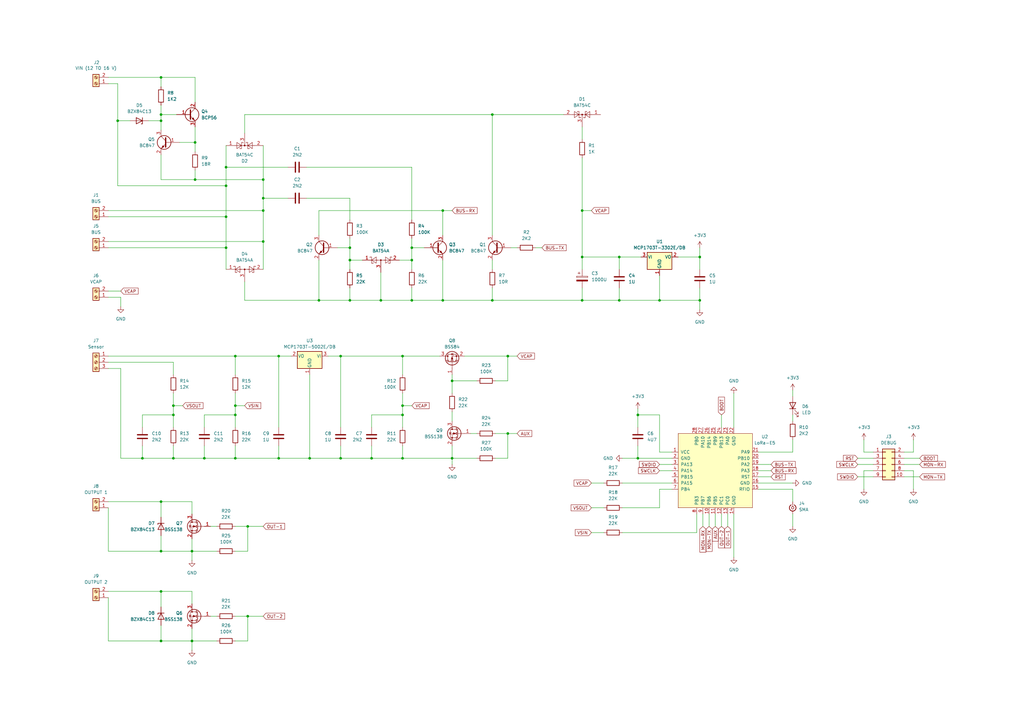
<source format=kicad_sch>
(kicad_sch (version 20231120) (generator "eeschema") (generator_version "8.0")
  (paper "A3")
  (junction (at 130.81 123.19))
  (junction (at 143.51 123.19))
  (junction (at 261.62 170.18))
  (junction (at 96.52 146.05))
  (junction (at 143.51 106.68))
  (junction (at 92.71 88.9))
  (junction (at 127 187.96))
  (junction (at 238.76 123.19))
  (junction (at 96.52 166.37))
  (junction (at 66.04 226.06))
  (junction (at 101.6 215.9))
  (junction (at 66.04 49.53))
  (junction (at 80.01 58.42))
  (junction (at 66.04 205.74))
  (junction (at 168.91 123.19))
  (junction (at 96.52 187.96))
  (junction (at 156.21 123.19))
  (junction (at 66.04 31.75))
  (junction (at 201.93 123.19))
  (junction (at 208.28 177.8))
  (junction (at 168.91 106.68))
  (junction (at 71.12 166.37))
  (junction (at 143.51 101.6))
  (junction (at 83.82 187.96))
  (junction (at 78.74 226.06))
  (junction (at 287.02 123.19))
  (junction (at 165.1 170.18))
  (junction (at 114.3 187.96))
  (junction (at 78.74 262.89))
  (junction (at 185.42 156.21))
  (junction (at 152.4 187.96))
  (junction (at 66.04 242.57))
  (junction (at 181.61 86.36))
  (junction (at 254 123.19))
  (junction (at 238.76 105.41))
  (junction (at 96.52 170.18))
  (junction (at 287.02 105.41))
  (junction (at 165.1 146.05))
  (junction (at 66.04 46.99))
  (junction (at 208.28 146.05))
  (junction (at 71.12 187.96))
  (junction (at 139.7 187.96))
  (junction (at 165.1 166.37))
  (junction (at 168.91 101.6))
  (junction (at 92.71 76.2))
  (junction (at 92.71 68.58))
  (junction (at 185.42 187.96))
  (junction (at 270.51 123.19))
  (junction (at 48.26 49.53))
  (junction (at 66.04 262.89))
  (junction (at 107.95 86.36))
  (junction (at 107.95 81.28))
  (junction (at 238.76 86.36))
  (junction (at 107.95 99.06))
  (junction (at 139.7 146.05))
  (junction (at 254 105.41))
  (junction (at 261.62 187.96))
  (junction (at 92.71 101.6))
  (junction (at 107.95 73.66))
  (junction (at 201.93 46.99))
  (junction (at 80.01 73.66))
  (junction (at 71.12 170.18))
  (junction (at 114.3 146.05))
  (junction (at 101.6 252.73))
  (junction (at 58.42 187.96))
  (junction (at 165.1 187.96))
  (junction (at 181.61 123.19))
  (wire (pts (xy 325.12 185.42) (xy 311.15 185.42)))
  (wire (pts (xy 114.3 146.05) (xy 114.3 175.26)))
  (wire (pts (xy 66.04 31.75) (xy 66.04 35.56)))
  (wire (pts (xy 125.73 68.58) (xy 168.91 68.58)))
  (wire (pts (xy 370.84 185.42) (xy 374.65 185.42)))
  (wire (pts (xy 254 105.41) (xy 262.89 105.41)))
  (wire (pts (xy 96.52 170.18) (xy 96.52 175.26)))
  (wire (pts (xy 242.57 208.28) (xy 247.65 208.28)))
  (wire (pts (xy 255.27 187.96) (xy 261.62 187.96)))
  (wire (pts (xy 254 123.19) (xy 270.51 123.19)))
  (wire (pts (xy 311.15 190.5) (xy 316.23 190.5)))
  (wire (pts (xy 101.6 262.89) (xy 101.6 252.73)))
  (wire (pts (xy 58.42 175.26) (xy 58.42 170.18)))
  (wire (pts (xy 71.12 166.37) (xy 71.12 170.18)))
  (wire (pts (xy 270.51 193.04) (xy 275.59 193.04)))
  (wire (pts (xy 163.83 106.68) (xy 168.91 106.68)))
  (wire (pts (xy 92.71 101.6) (xy 92.71 110.49)))
  (wire (pts (xy 107.95 59.69) (xy 107.95 73.66)))
  (wire (pts (xy 96.52 182.88) (xy 96.52 187.96)))
  (wire (pts (xy 138.43 101.6) (xy 143.51 101.6)))
  (wire (pts (xy 143.51 90.17) (xy 143.51 81.28)))
  (wire (pts (xy 78.74 226.06) (xy 78.74 229.87)))
  (wire (pts (xy 44.45 208.28) (xy 44.45 226.06)))
  (wire (pts (xy 311.15 200.66) (xy 325.12 200.66)))
  (wire (pts (xy 201.93 123.19) (xy 238.76 123.19)))
  (wire (pts (xy 255.27 218.44) (xy 285.75 218.44)))
  (wire (pts (xy 181.61 123.19) (xy 168.91 123.19)))
  (wire (pts (xy 193.04 177.8) (xy 195.58 177.8)))
  (wire (pts (xy 71.12 182.88) (xy 71.12 187.96)))
  (wire (pts (xy 185.42 187.96) (xy 185.42 190.5)))
  (wire (pts (xy 185.42 168.91) (xy 185.42 172.72)))
  (wire (pts (xy 185.42 182.88) (xy 185.42 187.96)))
  (wire (pts (xy 270.51 208.28) (xy 255.27 208.28)))
  (wire (pts (xy 261.62 187.96) (xy 275.59 187.96)))
  (wire (pts (xy 60.96 49.53) (xy 66.04 49.53)))
  (wire (pts (xy 325.12 185.42) (xy 325.12 180.34)))
  (wire (pts (xy 48.26 34.29) (xy 48.26 49.53)))
  (wire (pts (xy 208.28 146.05) (xy 212.09 146.05)))
  (wire (pts (xy 78.74 226.06) (xy 66.04 226.06)))
  (wire (pts (xy 143.51 97.79) (xy 143.51 101.6)))
  (wire (pts (xy 181.61 123.19) (xy 201.93 123.19)))
  (wire (pts (xy 270.51 123.19) (xy 287.02 123.19)))
  (wire (pts (xy 80.01 52.07) (xy 80.01 58.42)))
  (wire (pts (xy 107.95 86.36) (xy 107.95 99.06)))
  (wire (pts (xy 44.45 151.13) (xy 49.53 151.13)))
  (wire (pts (xy 165.1 146.05) (xy 180.34 146.05)))
  (wire (pts (xy 44.45 99.06) (xy 107.95 99.06)))
  (wire (pts (xy 96.52 166.37) (xy 96.52 170.18)))
  (wire (pts (xy 44.45 121.92) (xy 49.53 121.92)))
  (wire (pts (xy 278.13 105.41) (xy 287.02 105.41)))
  (wire (pts (xy 78.74 220.98) (xy 78.74 226.06)))
  (wire (pts (xy 165.1 170.18) (xy 165.1 175.26)))
  (wire (pts (xy 139.7 182.88) (xy 139.7 187.96)))
  (wire (pts (xy 374.65 185.42) (xy 374.65 180.34)))
  (wire (pts (xy 201.93 46.99) (xy 231.14 46.99)))
  (wire (pts (xy 242.57 198.12) (xy 247.65 198.12)))
  (wire (pts (xy 300.99 161.29) (xy 300.99 175.26)))
  (wire (pts (xy 168.91 68.58) (xy 168.91 90.17)))
  (wire (pts (xy 185.42 153.67) (xy 185.42 156.21)))
  (wire (pts (xy 325.12 170.18) (xy 325.12 172.72)))
  (wire (pts (xy 44.45 205.74) (xy 66.04 205.74)))
  (wire (pts (xy 92.71 59.69) (xy 92.71 68.58)))
  (wire (pts (xy 107.95 73.66) (xy 107.95 81.28)))
  (wire (pts (xy 44.45 245.11) (xy 44.45 262.89)))
  (wire (pts (xy 238.76 118.11) (xy 238.76 123.19)))
  (wire (pts (xy 270.51 113.03) (xy 270.51 123.19)))
  (wire (pts (xy 66.04 31.75) (xy 80.01 31.75)))
  (wire (pts (xy 80.01 73.66) (xy 66.04 73.66)))
  (wire (pts (xy 290.83 210.82) (xy 290.83 215.9)))
  (wire (pts (xy 165.1 166.37) (xy 165.1 170.18)))
  (wire (pts (xy 238.76 86.36) (xy 242.57 86.36)))
  (wire (pts (xy 238.76 105.41) (xy 254 105.41)))
  (wire (pts (xy 66.04 49.53) (xy 66.04 53.34)))
  (wire (pts (xy 49.53 151.13) (xy 49.53 187.96)))
  (wire (pts (xy 66.04 205.74) (xy 66.04 212.09)))
  (wire (pts (xy 44.45 101.6) (xy 92.71 101.6)))
  (wire (pts (xy 130.81 106.68) (xy 130.81 123.19)))
  (wire (pts (xy 139.7 146.05) (xy 134.62 146.05)))
  (wire (pts (xy 96.52 262.89) (xy 101.6 262.89)))
  (wire (pts (xy 208.28 177.8) (xy 212.09 177.8)))
  (wire (pts (xy 92.71 68.58) (xy 118.11 68.58)))
  (wire (pts (xy 311.15 193.04) (xy 316.23 193.04)))
  (wire (pts (xy 92.71 88.9) (xy 92.71 101.6)))
  (wire (pts (xy 130.81 96.52) (xy 130.81 86.36)))
  (wire (pts (xy 295.91 170.18) (xy 295.91 175.26)))
  (wire (pts (xy 370.84 190.5) (xy 377.19 190.5)))
  (wire (pts (xy 358.14 185.42) (xy 354.33 185.42)))
  (wire (pts (xy 325.12 160.02) (xy 325.12 162.56)))
  (wire (pts (xy 374.65 193.04) (xy 374.65 200.66)))
  (wire (pts (xy 107.95 81.28) (xy 107.95 86.36)))
  (wire (pts (xy 78.74 262.89) (xy 66.04 262.89)))
  (wire (pts (xy 80.01 58.42) (xy 80.01 62.23)))
  (wire (pts (xy 71.12 187.96) (xy 83.82 187.96)))
  (wire (pts (xy 49.53 119.38) (xy 44.45 119.38)))
  (wire (pts (xy 101.6 252.73) (xy 107.95 252.73)))
  (wire (pts (xy 270.51 200.66) (xy 270.51 208.28)))
  (wire (pts (xy 370.84 195.58) (xy 377.19 195.58)))
  (wire (pts (xy 185.42 156.21) (xy 185.42 161.29)))
  (wire (pts (xy 119.38 146.05) (xy 114.3 146.05)))
  (wire (pts (xy 190.5 146.05) (xy 208.28 146.05)))
  (wire (pts (xy 127 187.96) (xy 114.3 187.96)))
  (wire (pts (xy 293.37 210.82) (xy 293.37 215.9)))
  (wire (pts (xy 143.51 123.19) (xy 130.81 123.19)))
  (wire (pts (xy 66.04 63.5) (xy 66.04 73.66)))
  (wire (pts (xy 168.91 106.68) (xy 168.91 110.49)))
  (wire (pts (xy 125.73 81.28) (xy 143.51 81.28)))
  (wire (pts (xy 298.45 210.82) (xy 298.45 215.9)))
  (wire (pts (xy 195.58 156.21) (xy 185.42 156.21)))
  (wire (pts (xy 78.74 242.57) (xy 78.74 247.65)))
  (wire (pts (xy 114.3 182.88) (xy 114.3 187.96)))
  (wire (pts (xy 48.26 76.2) (xy 92.71 76.2)))
  (wire (pts (xy 78.74 257.81) (xy 78.74 262.89)))
  (wire (pts (xy 101.6 226.06) (xy 101.6 215.9)))
  (wire (pts (xy 44.45 86.36) (xy 107.95 86.36)))
  (wire (pts (xy 152.4 182.88) (xy 152.4 187.96)))
  (wire (pts (xy 325.12 200.66) (xy 325.12 205.74)))
  (wire (pts (xy 270.51 170.18) (xy 261.62 170.18)))
  (wire (pts (xy 181.61 106.68) (xy 181.61 123.19)))
  (wire (pts (xy 48.26 34.29) (xy 44.45 34.29)))
  (wire (pts (xy 92.71 76.2) (xy 92.71 88.9)))
  (wire (pts (xy 96.52 215.9) (xy 101.6 215.9)))
  (wire (pts (xy 66.04 242.57) (xy 66.04 248.92)))
  (wire (pts (xy 168.91 118.11) (xy 168.91 123.19)))
  (wire (pts (xy 270.51 190.5) (xy 275.59 190.5)))
  (wire (pts (xy 100.33 115.57) (xy 100.33 123.19)))
  (wire (pts (xy 238.76 123.19) (xy 254 123.19)))
  (wire (pts (xy 71.12 170.18) (xy 71.12 175.26)))
  (wire (pts (xy 370.84 193.04) (xy 374.65 193.04)))
  (wire (pts (xy 261.62 170.18) (xy 261.62 175.26)))
  (wire (pts (xy 96.52 146.05) (xy 114.3 146.05)))
  (wire (pts (xy 66.04 219.71) (xy 66.04 226.06)))
  (wire (pts (xy 143.51 106.68) (xy 143.51 110.49)))
  (wire (pts (xy 143.51 101.6) (xy 143.51 106.68)))
  (wire (pts (xy 168.91 101.6) (xy 173.99 101.6)))
  (wire (pts (xy 261.62 170.18) (xy 261.62 167.64)))
  (wire (pts (xy 96.52 161.29) (xy 96.52 166.37)))
  (wire (pts (xy 238.76 105.41) (xy 238.76 110.49)))
  (wire (pts (xy 168.91 97.79) (xy 168.91 101.6)))
  (wire (pts (xy 288.29 210.82) (xy 288.29 215.9)))
  (wire (pts (xy 143.51 118.11) (xy 143.51 123.19)))
  (wire (pts (xy 44.45 148.59) (xy 71.12 148.59)))
  (wire (pts (xy 270.51 200.66) (xy 275.59 200.66)))
  (wire (pts (xy 287.02 101.6) (xy 287.02 105.41)))
  (wire (pts (xy 58.42 170.18) (xy 71.12 170.18)))
  (wire (pts (xy 44.45 146.05) (xy 96.52 146.05)))
  (wire (pts (xy 351.79 195.58) (xy 358.14 195.58)))
  (wire (pts (xy 71.12 187.96) (xy 58.42 187.96)))
  (wire (pts (xy 203.2 177.8) (xy 208.28 177.8)))
  (wire (pts (xy 156.21 123.19) (xy 143.51 123.19)))
  (wire (pts (xy 165.1 146.05) (xy 165.1 153.67)))
  (wire (pts (xy 78.74 262.89) (xy 78.74 266.7)))
  (wire (pts (xy 73.66 58.42) (xy 80.01 58.42)))
  (wire (pts (xy 66.04 242.57) (xy 78.74 242.57)))
  (wire (pts (xy 96.52 226.06) (xy 101.6 226.06)))
  (wire (pts (xy 100.33 46.99) (xy 201.93 46.99)))
  (wire (pts (xy 300.99 210.82) (xy 300.99 228.6)))
  (wire (pts (xy 44.45 242.57) (xy 66.04 242.57)))
  (wire (pts (xy 287.02 105.41) (xy 287.02 110.49)))
  (wire (pts (xy 203.2 156.21) (xy 208.28 156.21)))
  (wire (pts (xy 71.12 148.59) (xy 71.12 153.67)))
  (wire (pts (xy 203.2 187.96) (xy 208.28 187.96)))
  (wire (pts (xy 287.02 123.19) (xy 287.02 127)))
  (wire (pts (xy 351.79 190.5) (xy 358.14 190.5)))
  (wire (pts (xy 86.36 252.73) (xy 88.9 252.73)))
  (wire (pts (xy 80.01 31.75) (xy 80.01 41.91)))
  (wire (pts (xy 325.12 210.82) (xy 325.12 215.9)))
  (wire (pts (xy 152.4 170.18) (xy 165.1 170.18)))
  (wire (pts (xy 165.1 182.88) (xy 165.1 187.96)))
  (wire (pts (xy 238.76 52.07) (xy 238.76 57.15)))
  (wire (pts (xy 254 105.41) (xy 254 110.49)))
  (wire (pts (xy 139.7 146.05) (xy 165.1 146.05)))
  (wire (pts (xy 96.52 146.05) (xy 96.52 153.67)))
  (wire (pts (xy 48.26 49.53) (xy 48.26 76.2)))
  (wire (pts (xy 208.28 156.21) (xy 208.28 146.05)))
  (wire (pts (xy 185.42 187.96) (xy 165.1 187.96)))
  (wire (pts (xy 96.52 166.37) (xy 100.33 166.37)))
  (wire (pts (xy 58.42 182.88) (xy 58.42 187.96)))
  (wire (pts (xy 92.71 68.58) (xy 92.71 76.2)))
  (wire (pts (xy 311.15 195.58) (xy 316.23 195.58)))
  (wire (pts (xy 66.04 46.99) (xy 72.39 46.99)))
  (wire (pts (xy 185.42 187.96) (xy 195.58 187.96)))
  (wire (pts (xy 261.62 182.88) (xy 261.62 187.96)))
  (wire (pts (xy 86.36 215.9) (xy 88.9 215.9)))
  (wire (pts (xy 83.82 182.88) (xy 83.82 187.96)))
  (wire (pts (xy 83.82 170.18) (xy 83.82 175.26)))
  (wire (pts (xy 66.04 46.99) (xy 66.04 49.53)))
  (wire (pts (xy 127 153.67) (xy 127 187.96)))
  (wire (pts (xy 351.79 187.96) (xy 358.14 187.96)))
  (wire (pts (xy 127 187.96) (xy 139.7 187.96)))
  (wire (pts (xy 255.27 198.12) (xy 275.59 198.12)))
  (wire (pts (xy 219.71 101.6) (xy 222.25 101.6)))
  (wire (pts (xy 66.04 262.89) (xy 44.45 262.89)))
  (wire (pts (xy 354.33 185.42) (xy 354.33 180.34)))
  (wire (pts (xy 80.01 69.85) (xy 80.01 73.66)))
  (wire (pts (xy 311.15 198.12) (xy 325.12 198.12)))
  (wire (pts (xy 208.28 187.96) (xy 208.28 177.8)))
  (wire (pts (xy 238.76 64.77) (xy 238.76 86.36)))
  (wire (pts (xy 287.02 118.11) (xy 287.02 123.19)))
  (wire (pts (xy 130.81 123.19) (xy 100.33 123.19)))
  (wire (pts (xy 107.95 81.28) (xy 118.11 81.28)))
  (wire (pts (xy 49.53 121.92) (xy 49.53 125.73)))
  (wire (pts (xy 358.14 193.04) (xy 354.33 193.04)))
  (wire (pts (xy 354.33 193.04) (xy 354.33 200.66)))
  (wire (pts (xy 83.82 187.96) (xy 96.52 187.96)))
  (wire (pts (xy 181.61 86.36) (xy 185.42 86.36)))
  (wire (pts (xy 78.74 262.89) (xy 88.9 262.89)))
  (wire (pts (xy 101.6 215.9) (xy 107.95 215.9)))
  (wire (pts (xy 295.91 210.82) (xy 295.91 215.9)))
  (wire (pts (xy 270.51 185.42) (xy 270.51 170.18)))
  (wire (pts (xy 80.01 73.66) (xy 107.95 73.66)))
  (wire (pts (xy 96.52 252.73) (xy 101.6 252.73)))
  (wire (pts (xy 242.57 218.44) (xy 247.65 218.44)))
  (wire (pts (xy 370.84 187.96) (xy 377.19 187.96)))
  (wire (pts (xy 201.93 46.99) (xy 201.93 96.52)))
  (wire (pts (xy 100.33 54.61) (xy 100.33 46.99)))
  (wire (pts (xy 165.1 161.29) (xy 165.1 166.37)))
  (wire (pts (xy 44.45 88.9) (xy 92.71 88.9)))
  (wire (pts (xy 275.59 185.42) (xy 270.51 185.42)))
  (wire (pts (xy 139.7 146.05) (xy 139.7 175.26)))
  (wire (pts (xy 201.93 106.68) (xy 201.93 110.49)))
  (wire (pts (xy 209.55 101.6) (xy 212.09 101.6)))
  (wire (pts (xy 238.76 86.36) (xy 238.76 105.41)))
  (wire (pts (xy 66.04 205.74) (xy 78.74 205.74)))
  (wire (pts (xy 143.51 106.68) (xy 148.59 106.68)))
  (wire (pts (xy 139.7 187.96) (xy 152.4 187.96)))
  (wire (pts (xy 83.82 170.18) (xy 96.52 170.18)))
  (wire (pts (xy 78.74 205.74) (xy 78.74 210.82)))
  (wire (pts (xy 49.53 187.96) (xy 58.42 187.96)))
  (wire (pts (xy 168.91 101.6) (xy 168.91 106.68)))
  (wire (pts (xy 71.12 161.29) (xy 71.12 166.37)))
  (wire (pts (xy 66.04 256.54) (xy 66.04 262.89)))
  (wire (pts (xy 66.04 43.18) (xy 66.04 46.99)))
  (wire (pts (xy 130.81 86.36) (xy 181.61 86.36)))
  (wire (pts (xy 78.74 226.06) (xy 88.9 226.06)))
  (wire (pts (xy 254 118.11) (xy 254 123.19)))
  (wire (pts (xy 66.04 226.06) (xy 44.45 226.06)))
  (wire (pts (xy 44.45 31.75) (xy 66.04 31.75)))
  (wire (pts (xy 152.4 187.96) (xy 165.1 187.96)))
  (wire (pts (xy 71.12 166.37) (xy 74.93 166.37)))
  (wire (pts (xy 107.95 99.06) (xy 107.95 110.49)))
  (wire (pts (xy 181.61 86.36) (xy 181.61 96.52)))
  (wire (pts (xy 168.91 123.19) (xy 156.21 123.19)))
  (wire (pts (xy 285.75 210.82) (xy 285.75 218.44)))
  (wire (pts (xy 96.52 187.96) (xy 114.3 187.96)))
  (wire (pts (xy 201.93 118.11) (xy 201.93 123.19)))
  (wire (pts (xy 152.4 175.26) (xy 152.4 170.18)))
  (wire (pts (xy 165.1 166.37) (xy 168.91 166.37)))
  (wire (pts (xy 53.34 49.53) (xy 48.26 49.53)))
  (wire (pts (xy 156.21 111.76) (xy 156.21 123.19)))
  (global_label "RST" (shape input) (at 351.79 187.96 180) (property "Intersheetrefs" "${INTERSHEET_REFS}" (effects (hide yes))))
  (global_label "SWCLK" (shape input) (at 351.79 190.5 180) (property "Intersheetrefs" "${INTERSHEET_REFS}" (effects (hide yes))))
  (global_label "VSIN" (shape input) (at 242.57 218.44 180) (property "Intersheetrefs" "${INTERSHEET_REFS}" (effects (hide yes))))
  (global_label "MON-RX" (shape input) (at 377.19 190.5 0) (property "Intersheetrefs" "${INTERSHEET_REFS}" (effects (hide yes))))
  (global_label "OUT-2" (shape input) (at 107.95 252.73 0) (property "Intersheetrefs" "${INTERSHEET_REFS}" (effects (hide yes))))
  (global_label "SWDIO" (shape input) (at 351.79 195.58 180) (property "Intersheetrefs" "${INTERSHEET_REFS}" (effects (hide yes))))
  (global_label "VCAP" (shape input) (at 168.91 166.37 0) (property "Intersheetrefs" "${INTERSHEET_REFS}" (effects (hide yes))))
  (global_label "MON-RX" (shape input) (at 288.29 215.9 270) (property "Intersheetrefs" "${INTERSHEET_REFS}" (effects (hide yes))))
  (global_label "VSOUT" (shape input) (at 74.93 166.37 0) (property "Intersheetrefs" "${INTERSHEET_REFS}" (effects (hide yes))))
  (global_label "OUT-1" (shape input) (at 107.95 215.9 0) (property "Intersheetrefs" "${INTERSHEET_REFS}" (effects (hide yes))))
  (global_label "BOOT" (shape input) (at 377.19 187.96 0) (property "Intersheetrefs" "${INTERSHEET_REFS}" (effects (hide yes))))
  (global_label "AUX" (shape input) (at 293.37 215.9 270) (property "Intersheetrefs" "${INTERSHEET_REFS}" (effects (hide yes))))
  (global_label "RST" (shape input) (at 316.23 195.58 0) (property "Intersheetrefs" "${INTERSHEET_REFS}" (effects (hide yes))))
  (global_label "VCAP" (shape input) (at 242.57 198.12 180) (property "Intersheetrefs" "${INTERSHEET_REFS}" (effects (hide yes))))
  (global_label "VSIN" (shape input) (at 100.33 166.37 0) (property "Intersheetrefs" "${INTERSHEET_REFS}" (effects (hide yes))))
  (global_label "MON-TX" (shape input) (at 377.19 195.58 0) (property "Intersheetrefs" "${INTERSHEET_REFS}" (effects (hide yes))))
  (global_label "OUT-1" (shape input) (at 298.45 215.9 270) (property "Intersheetrefs" "${INTERSHEET_REFS}" (effects (hide yes))))
  (global_label "BUS-RX" (shape input) (at 185.42 86.36 0) (property "Intersheetrefs" "${INTERSHEET_REFS}" (effects (hide yes))))
  (global_label "VCAP" (shape input) (at 49.53 119.38 0) (property "Intersheetrefs" "${INTERSHEET_REFS}" (effects (hide yes))))
  (global_label "BOOT" (shape input) (at 295.91 170.18 90) (property "Intersheetrefs" "${INTERSHEET_REFS}" (effects (hide yes))))
  (global_label "AUX" (shape input) (at 212.09 177.8 0) (property "Intersheetrefs" "${INTERSHEET_REFS}" (effects (hide yes))))
  (global_label "VSOUT" (shape input) (at 242.57 208.28 180) (property "Intersheetrefs" "${INTERSHEET_REFS}" (effects (hide yes))))
  (global_label "SWDIO" (shape input) (at 270.51 190.5 180) (property "Intersheetrefs" "${INTERSHEET_REFS}" (effects (hide yes))))
  (global_label "BUS-RX" (shape input) (at 316.23 193.04 0) (property "Intersheetrefs" "${INTERSHEET_REFS}" (effects (hide yes))))
  (global_label "BUS-TX" (shape input) (at 316.23 190.5 0) (property "Intersheetrefs" "${INTERSHEET_REFS}" (effects (hide yes))))
  (global_label "OUT-2" (shape input) (at 295.91 215.9 270) (property "Intersheetrefs" "${INTERSHEET_REFS}" (effects (hide yes))))
  (global_label "VCAP" (shape input) (at 212.09 146.05 0) (property "Intersheetrefs" "${INTERSHEET_REFS}" (effects (hide yes))))
  (global_label "BUS-TX" (shape input) (at 222.25 101.6 0) (property "Intersheetrefs" "${INTERSHEET_REFS}" (effects (hide yes))))
  (global_label "SWCLK" (shape input) (at 270.51 193.04 180) (property "Intersheetrefs" "${INTERSHEET_REFS}" (effects (hide yes))))
  (global_label "VCAP" (shape input) (at 242.57 86.36 0) (property "Intersheetrefs" "${INTERSHEET_REFS}" (effects (hide yes))))
  (global_label "MON-TX" (shape input) (at 290.83 215.9 270) (property "Intersheetrefs" "${INTERSHEET_REFS}" (effects (hide yes))))
  (symbol (lib_id "Device:R") (at 92.71 215.9 90) (unit 1)
    (property "Reference" "R20" (at 92.71 209.55 90))
    (property "Value" "22K" (at 92.71 212.09 90))
    (property "Footprint" "Resistor_SMD:R_0805_2012Metric" (effects (hide yes)))
    (property "Description" "Resistor" (effects (hide yes)))
  )
  (symbol (lib_id "Device:C_Polarized") (at 238.76 114.3 0) (unit 1)
    (property "Reference" "C3" (at 242.57 112.1409 0) (effects (justify left)))
    (property "Value" "1000U" (at 242.57 114.6809 0) (effects (justify left)))
    (property "Footprint" "Capacitor_THT:CP_Radial_D16.0mm_P7.50mm" (effects (hide yes)))
    (property "Description" "Polarized capacitor" (effects (hide yes)))
  )
  (symbol (lib_id "Connector:Screw_Terminal_01x03") (at 39.37 148.59 0) (mirror y) (unit 1)
    (property "Reference" "J7" (at 39.37 139.7 0))
    (property "Value" "Sensor" (at 39.37 142.24 0))
    (property "Footprint" "TerminalBlock:TerminalBlock_bornier-3_P5.08mm" (effects (hide yes)))
    (property "Description" "Generic screw terminal, single row, 01x03, script generated (kicad-library-utils/schlib/autogen/connector/)" (effects (hide yes)))
  )
  (symbol (lib_id "Device:C") (at 83.82 179.07 180) (unit 1)
    (property "Reference" "C11" (at 87.63 177.7999 0) (effects (justify right)))
    (property "Value" "2N2" (at 87.63 180.3399 0) (effects (justify right)))
    (property "Footprint" "Capacitor_SMD:C_0805_2012Metric" (effects (hide yes)))
    (property "Description" "Unpolarized capacitor" (effects (hide yes)))
  )
  (symbol (lib_id "Device:LED") (at 325.12 166.37 90) (unit 1)
    (property "Reference" "D6" (at 328.93 166.6874 90) (effects (justify right)))
    (property "Value" "LED" (at 328.93 169.2274 90) (effects (justify right)))
    (property "Footprint" "LED_SMD:LED_0805_2012Metric" (effects (hide yes)))
    (property "Description" "Light emitting diode" (effects (hide yes)))
  )
  (symbol (lib_id "Regulator_Linear:MCP1703Ax-300xxTT") (at 127 146.05 0) (mirror y) (unit 1)
    (property "Reference" "U3" (at 127 139.7 0))
    (property "Value" "MCP1703T-5002E/DB" (at 127 142.24 0))
    (property "Footprint" "Package_TO_SOT_SMD:SOT-23" (effects (hide yes)))
    (property "Datasheet" "http://ww1.microchip.com/downloads/en/DeviceDoc/20005122B.pdf" (effects (hide yes)))
    (property "Description" "Low Quiescent Current LDO Regulator, 3.0V, 250mA, Vin<=16V, SOT-23" (effects (hide yes)))
  )
  (symbol (lib_id "Device:C") (at 287.02 114.3 180) (unit 1)
    (property "Reference" "C5" (at 290.83 113.0299 0) (effects (justify right)))
    (property "Value" "1U" (at 290.83 115.5699 0) (effects (justify right)))
    (property "Footprint" "Capacitor_SMD:C_0805_2012Metric" (effects (hide yes)))
    (property "Description" "Unpolarized capacitor" (effects (hide yes)))
  )
  (symbol (lib_id "Device:R") (at 251.46 198.12 90) (unit 1)
    (property "Reference" "R17" (at 251.46 191.77 90))
    (property "Value" "22K" (at 251.46 194.31 90))
    (property "Footprint" "Resistor_SMD:R_0805_2012Metric" (effects (hide yes)))
    (property "Description" "Resistor" (effects (hide yes)))
  )
  (symbol (lib_id "Device:C") (at 254 114.3 180) (unit 1)
    (property "Reference" "C4" (at 257.81 113.0299 0) (effects (justify right)))
    (property "Value" "1U" (at 257.81 115.5699 0) (effects (justify right)))
    (property "Footprint" "Capacitor_SMD:C_0805_2012Metric" (effects (hide yes)))
    (property "Description" "Unpolarized capacitor" (effects (hide yes)))
  )
  (symbol (lib_id "Connector:Screw_Terminal_01x02") (at 39.37 101.6 180) (unit 1)
    (property "Reference" "J5" (at 39.37 92.71 0))
    (property "Value" "BUS" (at 39.37 95.25 0))
    (property "Footprint" "TerminalBlock:TerminalBlock_bornier-2_P5.08mm" (effects (hide yes)))
    (property "Description" "Generic screw terminal, single row, 01x02, script generated (kicad-library-utils/schlib/autogen/connector/)" (effects (hide yes)))
  )
  (symbol (lib_id "Device:R") (at 71.12 179.07 0) (unit 1)
    (property "Reference" "R13" (at 73.66 177.7999 0) (effects (justify left)))
    (property "Value" "22K" (at 73.66 180.3399 0) (effects (justify left)))
    (property "Footprint" "Resistor_SMD:R_0805_2012Metric" (effects (hide yes)))
    (property "Description" "Resistor" (effects (hide yes)))
  )
  (symbol (lib_id "Device:R") (at 66.04 39.37 0) (unit 1)
    (property "Reference" "R8" (at 68.58 38.0999 0) (effects (justify left)))
    (property "Value" "1K2" (at 68.58 40.6399 0) (effects (justify left)))
    (property "Footprint" "Resistor_SMD:R_0805_2012Metric" (effects (hide yes)))
    (property "Description" "Resistor" (effects (hide yes)))
  )
  (symbol (lib_id "Connector:Conn_Coaxial_Small") (at 325.12 208.28 270) (unit 1)
    (property "Reference" "J4" (at 327.66 206.4903 90) (effects (justify left)))
    (property "Value" "SMA" (at 327.66 209.0303 90) (effects (justify left)))
    (property "Footprint" "Connector_Coaxial:SMA_Molex_73251-1153_EdgeMount_Horizontal" (effects (hide yes)))
    (property "Description" "small coaxial connector (BNC, SMA, SMB, SMC, Cinch/RCA, LEMO, ...)" (effects (hide yes)))
  )
  (symbol (lib_id "Device:C") (at 261.62 179.07 180) (unit 1)
    (property "Reference" "C6" (at 265.43 177.7999 0) (effects (justify right)))
    (property "Value" "4U7" (at 265.43 180.3399 0) (effects (justify right)))
    (property "Footprint" "Capacitor_SMD:C_0805_2012Metric" (effects (hide yes)))
    (property "Description" "Unpolarized capacitor" (effects (hide yes)))
  )
  (symbol (lib_id "power:GND") (at 300.99 161.29 180) (unit 1)
    (property "Reference" "#PWR04" (effects (hide yes)))
    (property "Value" "GND" (at 300.99 156.21 0))
    (property "Description" "Power symbol creates a global label with name \"GND\" , ground" (effects (hide yes)))
  )
  (symbol (lib_id "Device:R") (at 199.39 156.21 90) (unit 1)
    (property "Reference" "R23" (at 199.39 149.86 90))
    (property "Value" "100K" (at 199.39 152.4 90))
    (property "Footprint" "Resistor_SMD:R_0805_2012Metric" (effects (hide yes)))
    (property "Description" "Resistor" (effects (hide yes)))
  )
  (symbol (lib_id "Device:C") (at 114.3 179.07 0) (mirror x) (unit 1)
    (property "Reference" "C9" (at 110.49 177.7999 0) (effects (justify right)))
    (property "Value" "1U" (at 110.49 180.3399 0) (effects (justify right)))
    (property "Footprint" "Capacitor_SMD:C_0805_2012Metric" (effects (hide yes)))
    (property "Description" "Unpolarized capacitor" (effects (hide yes)))
  )
  (symbol (lib_id "power:GND") (at 374.65 200.66 0) (unit 1)
    (property "Reference" "#PWR012" (effects (hide yes)))
    (property "Value" "GND" (at 374.65 205.74 0))
    (property "Description" "Power symbol creates a global label with name \"GND\" , ground" (effects (hide yes)))
  )
  (symbol (lib_id "Device:R") (at 92.71 262.89 90) (unit 1)
    (property "Reference" "R26" (at 92.71 256.54 90))
    (property "Value" "100K" (at 92.71 259.08 90))
    (property "Footprint" "Resistor_SMD:R_0805_2012Metric" (effects (hide yes)))
    (property "Description" "Resistor" (effects (hide yes)))
  )
  (symbol (lib_id "power:GND") (at 78.74 266.7 0) (mirror y) (unit 1)
    (property "Reference" "#PWR017" (effects (hide yes)))
    (property "Value" "GND" (at 78.74 271.78 0))
    (property "Description" "Power symbol creates a global label with name \"GND\" , ground" (effects (hide yes)))
  )
  (symbol (lib_id "Device:R") (at 92.71 226.06 90) (unit 1)
    (property "Reference" "R25" (at 92.71 219.71 90))
    (property "Value" "100K" (at 92.71 222.25 90))
    (property "Footprint" "Resistor_SMD:R_0805_2012Metric" (effects (hide yes)))
    (property "Description" "Resistor" (effects (hide yes)))
  )
  (symbol (lib_id "Device:R") (at 199.39 177.8 90) (unit 1)
    (property "Reference" "R24" (at 199.39 171.45 90))
    (property "Value" "22K" (at 199.39 173.99 90))
    (property "Footprint" "Resistor_SMD:R_0805_2012Metric" (effects (hide yes)))
    (property "Description" "Resistor" (effects (hide yes)))
  )
  (symbol (lib_id "Device:R") (at 168.91 114.3 0) (unit 1)
    (property "Reference" "R6" (at 171.45 113.0299 0) (effects (justify left)))
    (property "Value" "22K" (at 171.45 115.5699 0) (effects (justify left)))
    (property "Footprint" "Resistor_SMD:R_0805_2012Metric" (effects (hide yes)))
    (property "Description" "Resistor" (effects (hide yes)))
  )
  (symbol (lib_id "Device:R") (at 92.71 252.73 90) (unit 1)
    (property "Reference" "R21" (at 92.71 246.38 90))
    (property "Value" "22K" (at 92.71 248.92 90))
    (property "Footprint" "Resistor_SMD:R_0805_2012Metric" (effects (hide yes)))
    (property "Description" "Resistor" (effects (hide yes)))
  )
  (symbol (lib_id "Connector:Screw_Terminal_01x02") (at 39.37 208.28 180) (unit 1)
    (property "Reference" "J8" (at 39.37 199.39 0))
    (property "Value" "OUTPUT 1" (at 39.37 201.93 0))
    (property "Footprint" "TerminalBlock:TerminalBlock_bornier-2_P5.08mm" (effects (hide yes)))
    (property "Description" "Generic screw terminal, single row, 01x02, script generated (kicad-library-utils/schlib/autogen/connector/)" (effects (hide yes)))
  )
  (symbol (lib_id "power:GND") (at 185.42 190.5 0) (mirror y) (unit 1)
    (property "Reference" "#PWR018" (effects (hide yes)))
    (property "Value" "GND" (at 185.42 195.58 0))
    (property "Description" "Power symbol creates a global label with name \"GND\" , ground" (effects (hide yes)))
  )
  (symbol (lib_id "Diode:BZX84Cxx") (at 66.04 215.9 90) (mirror x) (unit 1)
    (property "Reference" "D7" (at 63.5 214.6299 90) (effects (justify left)))
    (property "Value" "BZX84C13" (at 63.5 217.1699 90) (effects (justify left)))
    (property "Footprint" "Package_TO_SOT_SMD:SOT-23" (effects (hide yes)))
    (property "Datasheet" "https://diotec.com/tl_files/diotec/files/pdf/datasheets/bzx84c2v4.pdf" (effects (hide yes)))
    (property "Description" "300mW Zener Diode, SOT-23" (effects (hide yes)))
  )
  (symbol (lib_id "Diode:BZX84Cxx") (at 66.04 252.73 90) (mirror x) (unit 1)
    (property "Reference" "D8" (at 63.5 251.4599 90) (effects (justify left)))
    (property "Value" "BZX84C13" (at 63.5 253.9999 90) (effects (justify left)))
    (property "Footprint" "Package_TO_SOT_SMD:SOT-23" (effects (hide yes)))
    (property "Datasheet" "https://diotec.com/tl_files/diotec/files/pdf/datasheets/bzx84c2v4.pdf" (effects (hide yes)))
    (property "Description" "300mW Zener Diode, SOT-23" (effects (hide yes)))
  )
  (symbol (lib_id "Transistor_BJT:BC847") (at 179.07 101.6 0) (unit 1)
    (property "Reference" "Q3" (at 184.15 100.3299 0) (effects (justify left)))
    (property "Value" "BC847" (at 184.15 102.8699 0) (effects (justify left)))
    (property "Footprint" "Package_TO_SOT_SMD:SOT-23" (effects (hide yes)))
    (property "Datasheet" "http://www.infineon.com/dgdl/Infineon-BC847SERIES_BC848SERIES_BC849SERIES_BC850SERIES-DS-v01_01-en.pdf?fileId=db3a304314dca389011541d4630a1657" (effects (hide yes)))
    (property "Description" "0.1A Ic, 45V Vce, NPN Transistor, SOT-23" (effects (hide yes)))
  )
  (symbol (lib_id "power:+3V3") (at 354.33 180.34 0) (unit 1)
    (property "Reference" "#PWR09" (effects (hide yes)))
    (property "Value" "+3V3" (at 354.33 175.26 0))
    (property "Description" "Power symbol creates a global label with name \"+3V3\"" (effects (hide yes)))
  )
  (symbol (lib_id "Device:R") (at 71.12 157.48 0) (unit 1)
    (property "Reference" "R14" (at 73.66 156.2099 0) (effects (justify left)))
    (property "Value" "12K" (at 73.66 158.7499 0) (effects (justify left)))
    (property "Footprint" "Resistor_SMD:R_0805_2012Metric" (effects (hide yes)))
    (property "Description" "Resistor" (effects (hide yes)))
  )
  (symbol (lib_id "Device:C") (at 139.7 179.07 0) (mirror x) (unit 1)
    (property "Reference" "C8" (at 135.89 177.7999 0) (effects (justify right)))
    (property "Value" "1U" (at 135.89 180.3399 0) (effects (justify right)))
    (property "Footprint" "Capacitor_SMD:C_0805_2012Metric" (effects (hide yes)))
    (property "Description" "Unpolarized capacitor" (effects (hide yes)))
  )
  (symbol (lib_id "Diode:BAT54C") (at 100.33 59.69 0) (mirror x) (unit 1)
    (property "Reference" "D2" (at 100.33 66.04 0))
    (property "Value" "BAT54C" (at 100.33 63.5 0))
    (property "Footprint" "Package_TO_SOT_SMD:SOT-23" (effects (hide yes)))
    (property "Datasheet" "http://www.diodes.com/_files/datasheets/ds11005.pdf" (effects (hide yes)))
    (property "Description" "dual schottky barrier diode, common cathode" (effects (hide yes)))
  )
  (symbol (lib_id "Connector_Generic:Conn_02x05_Odd_Even") (at 363.22 190.5 0) (unit 1)
    (property "Reference" "J3" (at 364.49 179.07 0))
    (property "Value" "DEBUG" (at 364.49 181.61 0))
    (property "Footprint" "Connector_PinHeader_2.54mm:PinHeader_2x05_P2.54mm_Vertical" (effects (hide yes)))
    (property "Description" "Generic connector, double row, 02x05, odd/even pin numbering scheme (row 1 odd numbers, row 2 even numbers), script generated (kicad-library-utils/schlib/autogen/connector/)" (effects (hide yes)))
  )
  (symbol (lib_id "Transistor_BJT:BCP56") (at 77.47 46.99 0) (unit 1)
    (property "Reference" "Q4" (at 82.55 45.7199 0) (effects (justify left)))
    (property "Value" "BCP56" (at 82.55 48.2599 0) (effects (justify left)))
    (property "Footprint" "Package_TO_SOT_SMD:SOT-223-3_TabPin2" (effects (hide yes)))
    (property "Datasheet" "https://www.nxp.com/docs/en/data-sheet/BCP56_BCX56_BC56PA.pdf" (effects (hide yes)))
    (property "Description" "1A Ic, 80V Vce, NPN Medium Power Transistor, SOT-223" (effects (hide yes)))
  )
  (symbol (lib_id "Device:R") (at 199.39 187.96 90) (unit 1)
    (property "Reference" "R27" (at 199.39 181.61 90))
    (property "Value" "100K" (at 199.39 184.15 90))
    (property "Footprint" "Resistor_SMD:R_0805_2012Metric" (effects (hide yes)))
    (property "Description" "Resistor" (effects (hide yes)))
  )
  (symbol (lib_id "Regulator_Linear:MCP1703Ax-300xxTT") (at 270.51 105.41 0) (unit 1)
    (property "Reference" "U1" (at 270.51 99.06 0))
    (property "Value" "MCP1703T-3302E/DB" (at 270.51 101.6 0))
    (property "Footprint" "Package_TO_SOT_SMD:SOT-23" (effects (hide yes)))
    (property "Datasheet" "http://ww1.microchip.com/downloads/en/DeviceDoc/20005122B.pdf" (effects (hide yes)))
    (property "Description" "Low Quiescent Current LDO Regulator, 3.0V, 250mA, Vin<=16V, SOT-23" (effects (hide yes)))
  )
  (symbol (lib_id "Transistor_BJT:BC847") (at 68.58 58.42 0) (mirror y) (unit 1)
    (property "Reference" "Q5" (at 63.5 57.1499 0) (effects (justify left)))
    (property "Value" "BC847" (at 63.5 59.6899 0) (effects (justify left)))
    (property "Footprint" "Package_TO_SOT_SMD:SOT-23" (effects (hide yes)))
    (property "Datasheet" "http://www.infineon.com/dgdl/Infineon-BC847SERIES_BC848SERIES_BC849SERIES_BC850SERIES-DS-v01_01-en.pdf?fileId=db3a304314dca389011541d4630a1657" (effects (hide yes)))
    (property "Description" "0.1A Ic, 45V Vce, NPN Transistor, SOT-23" (effects (hide yes)))
  )
  (symbol (lib_id "Diode:BAT54A") (at 156.21 106.68 0) (unit 1)
    (property "Reference" "D3" (at 156.21 100.33 0))
    (property "Value" "BAT54A" (at 156.21 102.87 0))
    (property "Footprint" "Package_TO_SOT_SMD:SOT-23" (effects (hide yes)))
    (property "Datasheet" "http://www.diodes.com/_files/datasheets/ds11005.pdf" (effects (hide yes)))
    (property "Description" "schottky barrier diode" (effects (hide yes)))
  )
  (symbol (lib_id "Device:R") (at 251.46 208.28 90) (unit 1)
    (property "Reference" "R18" (at 251.46 201.93 90))
    (property "Value" "22K" (at 251.46 204.47 90))
    (property "Footprint" "Resistor_SMD:R_0805_2012Metric" (effects (hide yes)))
    (property "Description" "Resistor" (effects (hide yes)))
  )
  (symbol (lib_id "Device:C") (at 121.92 68.58 90) (unit 1)
    (property "Reference" "C1" (at 121.92 60.96 90))
    (property "Value" "2N2" (at 121.92 63.5 90))
    (property "Footprint" "Capacitor_SMD:C_0805_2012Metric" (effects (hide yes)))
    (property "Description" "Unpolarized capacitor" (effects (hide yes)))
  )
  (symbol (lib_id "Connector:Screw_Terminal_01x02") (at 39.37 121.92 180) (unit 1)
    (property "Reference" "J6" (at 39.37 113.03 0))
    (property "Value" "VCAP" (at 39.37 115.57 0))
    (property "Footprint" "TerminalBlock:TerminalBlock_bornier-2_P5.08mm" (effects (hide yes)))
    (property "Description" "Generic screw terminal, single row, 01x02, script generated (kicad-library-utils/schlib/autogen/connector/)" (effects (hide yes)))
  )
  (symbol (lib_id "Device:C") (at 58.42 179.07 180) (unit 1)
    (property "Reference" "C10" (at 62.23 177.7999 0) (effects (justify right)))
    (property "Value" "2N2" (at 62.23 180.3399 0) (effects (justify right)))
    (property "Footprint" "Capacitor_SMD:C_0805_2012Metric" (effects (hide yes)))
    (property "Description" "Unpolarized capacitor" (effects (hide yes)))
  )
  (symbol (lib_id "power:GND") (at 255.27 187.96 270) (unit 1)
    (property "Reference" "#PWR05" (effects (hide yes)))
    (property "Value" "GND" (at 251.46 187.9599 90) (effects (justify right)))
    (property "Description" "Power symbol creates a global label with name \"GND\" , ground" (effects (hide yes)))
  )
  (symbol (lib_id "Device:R") (at 80.01 66.04 0) (unit 1)
    (property "Reference" "R9" (at 82.55 64.7699 0) (effects (justify left)))
    (property "Value" "18R" (at 82.55 67.3099 0) (effects (justify left)))
    (property "Footprint" "Resistor_SMD:R_0805_2012Metric" (effects (hide yes)))
    (property "Description" "Resistor" (effects (hide yes)))
  )
  (symbol (lib_id "LoRa-E5:LoRa-E5") (at 293.37 193.04 0) (unit 1)
    (property "Reference" "U2" (at 313.69 179.1014 0))
    (property "Value" "LoRa-E5" (at 313.69 181.6414 0))
    (property "Footprint" "LoRa-E5:LoRa-E5" (effects (hide yes)))
  )
  (symbol (lib_id "power:GND") (at 354.33 200.66 0) (unit 1)
    (property "Reference" "#PWR08" (effects (hide yes)))
    (property "Value" "GND" (at 354.33 205.74 0))
    (property "Description" "Power symbol creates a global label with name \"GND\" , ground" (effects (hide yes)))
  )
  (symbol (lib_id "Device:R") (at 165.1 179.07 0) (mirror y) (unit 1)
    (property "Reference" "R11" (at 162.56 177.7999 0) (effects (justify left)))
    (property "Value" "22K" (at 162.56 180.3399 0) (effects (justify left)))
    (property "Footprint" "Resistor_SMD:R_0805_2012Metric" (effects (hide yes)))
    (property "Description" "Resistor" (effects (hide yes)))
  )
  (symbol (lib_id "Device:R") (at 143.51 93.98 0) (unit 1)
    (property "Reference" "R3" (at 146.05 92.7099 0) (effects (justify left)))
    (property "Value" "100K" (at 146.05 95.2499 0) (effects (justify left)))
    (property "Footprint" "Resistor_SMD:R_0805_2012Metric" (effects (hide yes)))
    (property "Description" "Resistor" (effects (hide yes)))
  )
  (symbol (lib_id "Device:R") (at 251.46 218.44 90) (unit 1)
    (property "Reference" "R19" (at 251.46 212.09 90))
    (property "Value" "22K" (at 251.46 214.63 90))
    (property "Footprint" "Resistor_SMD:R_0805_2012Metric" (effects (hide yes)))
    (property "Description" "Resistor" (effects (hide yes)))
  )
  (symbol (lib_id "Device:R") (at 238.76 60.96 0) (unit 1)
    (property "Reference" "R1" (at 241.3 59.6899 0) (effects (justify left)))
    (property "Value" "1K" (at 241.3 62.2299 0) (effects (justify left)))
    (property "Footprint" "Resistor_SMD:R_0805_2012Metric" (effects (hide yes)))
    (property "Description" "Resistor" (effects (hide yes)))
  )
  (symbol (lib_id "Diode:BAT54C") (at 238.76 46.99 0) (mirror y) (unit 1)
    (property "Reference" "D1" (at 238.76 40.64 0))
    (property "Value" "BAT54C" (at 238.76 43.18 0))
    (property "Footprint" "Package_TO_SOT_SMD:SOT-23" (effects (hide yes)))
    (property "Datasheet" "http://www.diodes.com/_files/datasheets/ds11005.pdf" (effects (hide yes)))
    (property "Description" "dual schottky barrier diode, common cathode" (effects (hide yes)))
  )
  (symbol (lib_id "Device:R") (at 215.9 101.6 90) (unit 1)
    (property "Reference" "R2" (at 215.9 95.25 90))
    (property "Value" "2K2" (at 215.9 97.79 90))
    (property "Footprint" "Resistor_SMD:R_0805_2012Metric" (effects (hide yes)))
    (property "Description" "Resistor" (effects (hide yes)))
  )
  (symbol (lib_id "power:GND") (at 78.74 229.87 0) (mirror y) (unit 1)
    (property "Reference" "#PWR016" (effects (hide yes)))
    (property "Value" "GND" (at 78.74 234.95 0))
    (property "Description" "Power symbol creates a global label with name \"GND\" , ground" (effects (hide yes)))
  )
  (symbol (lib_id "Device:R") (at 201.93 114.3 0) (unit 1)
    (property "Reference" "R7" (at 204.47 113.0299 0) (effects (justify left)))
    (property "Value" "10R" (at 204.47 115.5699 0) (effects (justify left)))
    (property "Footprint" "Resistor_SMD:R_0805_2012Metric" (effects (hide yes)))
    (property "Description" "Resistor" (effects (hide yes)))
  )
  (symbol (lib_id "Device:R") (at 185.42 165.1 180) (unit 1)
    (property "Reference" "R22" (at 187.96 163.8299 0) (effects (justify right)))
    (property "Value" "22K" (at 187.96 166.3699 0) (effects (justify right)))
    (property "Footprint" "Resistor_SMD:R_0805_2012Metric" (effects (hide yes)))
    (property "Description" "Resistor" (effects (hide yes)))
  )
  (symbol (lib_id "power:GND") (at 300.99 228.6 0) (unit 1)
    (property "Reference" "#PWR06" (effects (hide yes)))
    (property "Value" "GND" (at 300.99 233.68 0))
    (property "Description" "Power symbol creates a global label with name \"GND\" , ground" (effects (hide yes)))
  )
  (symbol (lib_id "Transistor_FET:BSS138") (at 81.28 252.73 0) (mirror y) (unit 1)
    (property "Reference" "Q6" (at 74.93 251.4599 0) (effects (justify left)))
    (property "Value" "BSS138" (at 74.93 253.9999 0) (effects (justify left)))
    (property "Footprint" "Package_TO_SOT_SMD:SOT-23" (effects (hide yes)))
    (property "Datasheet" "https://www.onsemi.com/pub/Collateral/BSS138-D.PDF" (effects (hide yes)))
    (property "Description" "50V Vds, 0.22A Id, N-Channel MOSFET, SOT-23" (effects (hide yes)))
  )
  (symbol (lib_id "power:+3V3") (at 287.02 101.6 0) (unit 1)
    (property "Reference" "#PWR01" (effects (hide yes)))
    (property "Value" "+3V3" (at 287.02 96.52 0))
    (property "Description" "Power symbol creates a global label with name \"+3V3\"" (effects (hide yes)))
  )
  (symbol (lib_id "power:+3V3") (at 325.12 160.02 0) (unit 1)
    (property "Reference" "#PWR010" (effects (hide yes)))
    (property "Value" "+3V3" (at 325.12 154.94 0))
    (property "Description" "Power symbol creates a global label with name \"+3V3\"" (effects (hide yes)))
  )
  (symbol (lib_id "Transistor_BJT:BC847") (at 133.35 101.6 0) (mirror y) (unit 1)
    (property "Reference" "Q2" (at 128.27 100.3299 0) (effects (justify left)))
    (property "Value" "BC847" (at 128.27 102.8699 0) (effects (justify left)))
    (property "Footprint" "Package_TO_SOT_SMD:SOT-23" (effects (hide yes)))
    (property "Datasheet" "http://www.infineon.com/dgdl/Infineon-BC847SERIES_BC848SERIES_BC849SERIES_BC850SERIES-DS-v01_01-en.pdf?fileId=db3a304314dca389011541d4630a1657" (effects (hide yes)))
    (property "Description" "0.1A Ic, 45V Vce, NPN Transistor, SOT-23" (effects (hide yes)))
  )
  (symbol (lib_id "power:GND") (at 287.02 127 0) (unit 1)
    (property "Reference" "#PWR02" (effects (hide yes)))
    (property "Value" "GND" (at 287.02 132.08 0))
    (property "Description" "Power symbol creates a global label with name \"GND\" , ground" (effects (hide yes)))
  )
  (symbol (lib_id "Connector:Screw_Terminal_01x02") (at 39.37 245.11 180) (unit 1)
    (property "Reference" "J9" (at 39.37 236.22 0))
    (property "Value" "OUTPUT 2" (at 39.37 238.76 0))
    (property "Footprint" "TerminalBlock:TerminalBlock_bornier-2_P5.08mm" (effects (hide yes)))
    (property "Description" "Generic screw terminal, single row, 01x02, script generated (kicad-library-utils/schlib/autogen/connector/)" (effects (hide yes)))
  )
  (symbol (lib_id "Device:R") (at 143.51 114.3 0) (unit 1)
    (property "Reference" "R5" (at 146.05 113.0299 0) (effects (justify left)))
    (property "Value" "22K" (at 146.05 115.5699 0) (effects (justify left)))
    (property "Footprint" "Resistor_SMD:R_0805_2012Metric" (effects (hide yes)))
    (property "Description" "Resistor" (effects (hide yes)))
  )
  (symbol (lib_id "Diode:BAT54A") (at 100.33 110.49 0) (unit 1)
    (property "Reference" "D4" (at 100.33 104.14 0))
    (property "Value" "BAT54A" (at 100.33 106.68 0))
    (property "Footprint" "Package_TO_SOT_SMD:SOT-23" (effects (hide yes)))
    (property "Datasheet" "http://www.diodes.com/_files/datasheets/ds11005.pdf" (effects (hide yes)))
    (property "Description" "schottky barrier diode" (effects (hide yes)))
  )
  (symbol (lib_id "power:GND") (at 325.12 198.12 90) (unit 1)
    (property "Reference" "#PWR03" (effects (hide yes)))
    (property "Value" "GND" (at 328.93 198.1199 90) (effects (justify right)))
    (property "Description" "Power symbol creates a global label with name \"GND\" , ground" (effects (hide yes)))
  )
  (symbol (lib_id "Device:R") (at 168.91 93.98 0) (unit 1)
    (property "Reference" "R4" (at 171.45 92.7099 0) (effects (justify left)))
    (property "Value" "100K" (at 171.45 95.2499 0) (effects (justify left)))
    (property "Footprint" "Resistor_SMD:R_0805_2012Metric" (effects (hide yes)))
    (property "Description" "Resistor" (effects (hide yes)))
  )
  (symbol (lib_id "Device:C") (at 121.92 81.28 90) (unit 1)
    (property "Reference" "C2" (at 121.92 73.66 90))
    (property "Value" "2N2" (at 121.92 76.2 90))
    (property "Footprint" "Capacitor_SMD:C_0805_2012Metric" (effects (hide yes)))
    (property "Description" "Unpolarized capacitor" (effects (hide yes)))
  )
  (symbol (lib_id "Device:R") (at 165.1 157.48 0) (mirror y) (unit 1)
    (property "Reference" "R12" (at 162.56 156.2099 0) (effects (justify left)))
    (property "Value" "100K" (at 162.56 158.7499 0) (effects (justify left)))
    (property "Footprint" "Resistor_SMD:R_0805_2012Metric" (effects (hide yes)))
    (property "Description" "Resistor" (effects (hide yes)))
  )
  (symbol (lib_id "Connector:Screw_Terminal_01x02") (at 39.37 34.29 180) (unit 1)
    (property "Reference" "J2" (at 39.624 25.654 0))
    (property "Value" "VIN (12 TO 16 V)" (at 39.37 27.94 0))
    (property "Footprint" "TerminalBlock:TerminalBlock_bornier-2_P5.08mm" (effects (hide yes)))
    (property "Description" "Generic screw terminal, single row, 01x02, script generated (kicad-library-utils/schlib/autogen/connector/)" (effects (hide yes)))
  )
  (symbol (lib_id "Device:R") (at 325.12 176.53 180) (unit 1)
    (property "Reference" "R10" (at 327.66 175.2599 0) (effects (justify right)))
    (property "Value" "2K2" (at 327.66 177.7999 0) (effects (justify right)))
    (property "Footprint" "Resistor_SMD:R_0805_2012Metric" (effects (hide yes)))
    (property "Description" "Resistor" (effects (hide yes)))
  )
  (symbol (lib_id "Diode:BZX84Cxx") (at 57.15 49.53 180) (unit 1)
    (property "Reference" "D5" (at 57.15 43.18 0))
    (property "Value" "BZX84C13" (at 57.15 45.72 0))
    (property "Footprint" "Package_TO_SOT_SMD:SOT-23" (effects (hide yes)))
    (property "Datasheet" "https://diotec.com/tl_files/diotec/files/pdf/datasheets/bzx84c2v4.pdf" (effects (hide yes)))
    (property "Description" "300mW Zener Diode, SOT-23" (effects (hide yes)))
  )
  (symbol (lib_id "Transistor_FET:BSS138") (at 81.28 215.9 0) (mirror y) (unit 1)
    (property "Reference" "Q7" (at 74.93 214.6299 0) (effects (justify left)))
    (property "Value" "BSS138" (at 74.93 217.1699 0) (effects (justify left)))
    (property "Footprint" "Package_TO_SOT_SMD:SOT-23" (effects (hide yes)))
    (property "Datasheet" "https://www.onsemi.com/pub/Collateral/BSS138-D.PDF" (effects (hide yes)))
    (property "Description" "50V Vds, 0.22A Id, N-Channel MOSFET, SOT-23" (effects (hide yes)))
  )
  (symbol (lib_id "Device:R") (at 96.52 157.48 0) (unit 1)
    (property "Reference" "R15" (at 99.06 156.2099 0) (effects (justify left)))
    (property "Value" "12K" (at 99.06 158.7499 0) (effects (justify left)))
    (property "Footprint" "Resistor_SMD:R_0805_2012Metric" (effects (hide yes)))
    (property "Description" "Resistor" (effects (hide yes)))
  )
  (symbol (lib_id "Connector:Screw_Terminal_01x02") (at 39.37 88.9 180) (unit 1)
    (property "Reference" "J1" (at 39.37 80.01 0))
    (property "Value" "BUS" (at 39.37 82.55 0))
    (property "Footprint" "TerminalBlock:TerminalBlock_bornier-2_P5.08mm" (effects (hide yes)))
    (property "Description" "Generic screw terminal, single row, 01x02, script generated (kicad-library-utils/schlib/autogen/connector/)" (effects (hide yes)))
  )
  (symbol (lib_id "Transistor_FET:BSS84") (at 185.42 148.59 90) (unit 1)
    (property "Reference" "Q8" (at 185.42 139.7 90))
    (property "Value" "BSS84" (at 185.42 142.24 90))
    (property "Footprint" "Package_TO_SOT_SMD:SOT-23" (effects (hide yes)))
    (property "Datasheet" "http://assets.nexperia.com/documents/data-sheet/BSS84.pdf" (effects (hide yes)))
    (property "Description" "-0.13A Id, -50V Vds, P-Channel MOSFET, SOT-23" (effects (hide yes)))
  )
  (symbol (lib_id "power:+3V3") (at 261.62 167.64 0) (unit 1)
    (property "Reference" "#PWR07" (effects (hide yes)))
    (property "Value" "+3V3" (at 261.62 162.56 0))
    (property "Description" "Power symbol creates a global label with name \"+3V3\"" (effects (hide yes)))
  )
  (symbol (lib_id "Device:R") (at 96.52 179.07 0) (unit 1)
    (property "Reference" "R16" (at 99.06 177.7999 0) (effects (justify left)))
    (property "Value" "22K" (at 99.06 180.3399 0) (effects (justify left)))
    (property "Footprint" "Resistor_SMD:R_0805_2012Metric" (effects (hide yes)))
    (property "Description" "Resistor" (effects (hide yes)))
  )
  (symbol (lib_id "power:GND") (at 325.12 215.9 0) (unit 1)
    (property "Reference" "#PWR011" (effects (hide yes)))
    (property "Value" "GND" (at 325.12 220.98 0))
    (property "Description" "Power symbol creates a global label with name \"GND\" , ground" (effects (hide yes)))
  )
  (symbol (lib_id "power:GND") (at 49.53 125.73 0) (unit 1)
    (property "Reference" "#PWR015" (effects (hide yes)))
    (property "Value" "GND" (at 49.53 130.81 0))
    (property "Description" "Power symbol creates a global label with name \"GND\" , ground" (effects (hide yes)))
  )
  (symbol (lib_id "Device:C") (at 152.4 179.07 0) (mirror x) (unit 1)
    (property "Reference" "C7" (at 148.59 177.7999 0) (effects (justify right)))
    (property "Value" "2N2" (at 148.59 180.3399 0) (effects (justify right)))
    (property "Footprint" "Capacitor_SMD:C_0805_2012Metric" (effects (hide yes)))
    (property "Description" "Unpolarized capacitor" (effects (hide yes)))
  )
  (symbol (lib_id "Transistor_FET:BSS138") (at 187.96 177.8 0) (mirror y) (unit 1)
    (property "Reference" "Q9" (at 181.61 176.5299 0) (effects (justify left)))
    (property "Value" "BSS138" (at 181.61 179.0699 0) (effects (justify left)))
    (property "Footprint" "Package_TO_SOT_SMD:SOT-23" (effects (hide yes)))
    (property "Datasheet" "https://www.onsemi.com/pub/Collateral/BSS138-D.PDF" (effects (hide yes)))
    (property "Description" "50V Vds, 0.22A Id, N-Channel MOSFET, SOT-23" (effects (hide yes)))
  )
  (symbol (lib_id "power:+3V3") (at 374.65 180.34 0) (unit 1)
    (property "Reference" "#PWR013" (effects (hide yes)))
    (property "Value" "+3V3" (at 374.65 175.26 0))
    (property "Description" "Power symbol creates a global label with name \"+3V3\"" (effects (hide yes)))
  )
  (symbol (lib_id "Transistor_BJT:BC847") (at 204.47 101.6 0) (mirror y) (unit 1)
    (property "Reference" "Q1" (at 199.39 100.3299 0) (effects (justify left)))
    (property "Value" "BC847" (at 199.39 102.8699 0) (effects (justify left)))
    (property "Footprint" "Package_TO_SOT_SMD:SOT-23" (effects (hide yes)))
    (property "Datasheet" "http://www.infineon.com/dgdl/Infineon-BC847SERIES_BC848SERIES_BC849SERIES_BC850SERIES-DS-v01_01-en.pdf?fileId=db3a304314dca389011541d4630a1657" (effects (hide yes)))
    (property "Description" "0.1A Ic, 45V Vce, NPN Transistor, SOT-23" (effects (hide yes)))
  )
)
</source>
